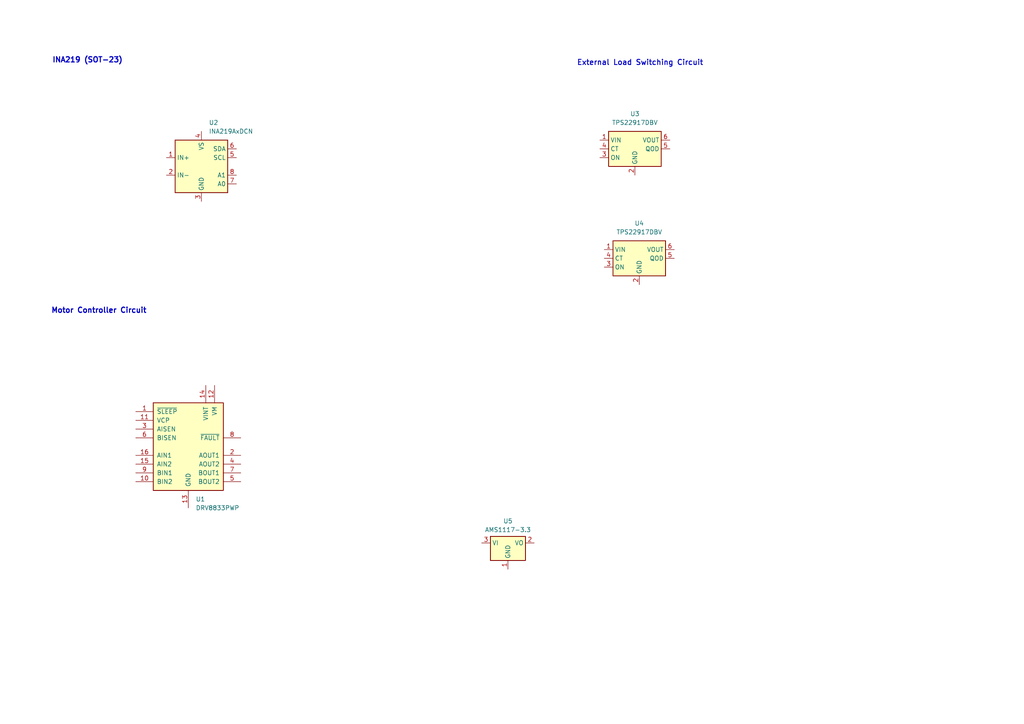
<source format=kicad_sch>
(kicad_sch (version 20250114) (generator "eeschema") (generator_version "9.0")
  (paper "A4")
  (title_block (title "Power Board") (date "2025-03-12") (company "University of Cape Town") (comment 1 "Amos Manganye MNGAMO004") (comment 2 "Nyakallo Peete PTXNYA001"))
  (lib_symbols
    (symbol "Driver_Motor:DRV8833PWP" (pin_names (offset 1.016))
      (property "Reference" "U" (at -3.81 16.51 0))
      (property "Value" "DRV8833PWP" (at -3.81 13.97 0))
      (symbol "DRV8833PWP_0_1"
        (rectangle (start -10.16 12.7) (end 10.16 -12.7) (stroke (width 0.254)) (fill (type background)))
      )
      (symbol "DRV8833PWP_1_1"
        (pin input line (at -15.24 10.16 0) (length 5.08) (name "~{SLEEP}") (number "1"))
        (pin bidirectional line (at -15.24 7.62 0) (length 5.08) (name "VCP") (number "11"))
        (pin bidirectional line (at -15.24 5.08 0) (length 5.08) (name "AISEN") (number "3"))
        (pin bidirectional line (at -15.24 2.54 0) (length 5.08) (name "BISEN") (number "6"))
        (pin input line (at -15.24 -2.54 0) (length 5.08) (name "AIN1") (number "16"))
        (pin input line (at -15.24 -5.08 0) (length 5.08) (name "AIN2") (number "15"))
        (pin input line (at -15.24 -7.62 0) (length 5.08) (name "BIN1") (number "9"))
        (pin input line (at -15.24 -10.16 0) (length 5.08) (name "BIN2") (number "10"))
        (pin power_in line (at 0 -17.78 90) (length 5.08) (name "GND") (number "13"))
        (pin passive line (at 0 -17.78 90) (length 5.08) (hide yes) (name "GND") (number "17"))
        (pin power_in line (at 5.08 17.78 270) (length 5.08) (name "VINT") (number "14"))
        (pin power_in line (at 7.62 17.78 270) (length 5.08) (name "VM") (number "12"))
        (pin open_collector line (at 15.24 2.54 180) (length 5.08) (name "~{FAULT}") (number "8"))
        (pin power_out line (at 15.24 -2.54 180) (length 5.08) (name "AOUT1") (number "2"))
        (pin power_out line (at 15.24 -5.08 180) (length 5.08) (name "AOUT2") (number "4"))
        (pin power_out line (at 15.24 -7.62 180) (length 5.08) (name "BOUT1") (number "7"))
        (pin power_out line (at 15.24 -10.16 180) (length 5.08) (name "BOUT2") (number "5"))
      )
    )
    (symbol "Power_Management:TPS22917DBV"
      (property "Reference" "U" (at -6.35 6.35 0))
      (property "Value" "TPS22917DBV" (at 2.54 6.35 0))
      (symbol "TPS22917DBV_0_1"
        (rectangle (start -7.62 5.08) (end 7.62 -5.08) (stroke (width 0.254)) (fill (type background)))
      )
      (symbol "TPS22917DBV_1_1"
        (pin power_in line (at -10.16 2.54 0) (length 2.54) (name "VIN") (number "1"))
        (pin output line (at -10.16 0 0) (length 2.54) (name "CT") (number "4"))
        (pin input line (at -10.16 -2.54 0) (length 2.54) (name "ON") (number "3"))
        (pin power_in line (at 0 -7.62 90) (length 2.54) (name "GND") (number "2"))
        (pin power_out line (at 10.16 2.54 180) (length 2.54) (name "VOUT") (number "6"))
        (pin open_collector line (at 10.16 0 180) (length 2.54) (name "QOD") (number "5"))
      )
    )
    (symbol "Regulator_Linear:AMS1117-3.3"
      (property "Reference" "U" (at -3.81 3.175 0))
      (property "Value" "AMS1117-3.3" (at 0 3.175 0))
      (symbol "AMS1117-3.3_0_1"
        (rectangle (start -5.08 -5.08) (end 5.08 1.905) (stroke (width 0.254)) (fill (type background)))
      )
      (symbol "AMS1117-3.3_1_1"
        (pin power_in line (at -7.62 0 0) (length 2.54) (name "VI") (number "3"))
        (pin power_in line (at 0 -7.62 90) (length 2.54) (name "GND") (number "1"))
        (pin power_out line (at 7.62 0 180) (length 2.54) (name "VO") (number "2"))
      )
    )
    (symbol "Sensor_Energy:INA219AxDCN"
      (property "Reference" "U" (at -6.35 8.89 0))
      (property "Value" "INA219AxDCN" (at 6.35 8.89 0))
      (symbol "INA219AxDCN_0_1"
        (rectangle (start -7.62 7.62) (end 7.62 -7.62) (stroke (width 0.254)) (fill (type background)))
      )
      (symbol "INA219AxDCN_1_1"
        (pin input line (at -10.16 2.54 0) (length 2.54) (name "IN+") (number "1"))
        (pin input line (at -10.16 -2.54 0) (length 2.54) (name "IN-") (number "2"))
        (pin power_in line (at 0 10.16 270) (length 2.54) (name "VS") (number "4"))
        (pin power_in line (at 0 -10.16 90) (length 2.54) (name "GND") (number "3"))
        (pin bidirectional line (at 10.16 5.08 180) (length 2.54) (name "SDA") (number "6"))
        (pin input line (at 10.16 2.54 180) (length 2.54) (name "SCL") (number "5"))
        (pin input line (at 10.16 -2.54 180) (length 2.54) (name "A1") (number "8"))
        (pin input line (at 10.16 -5.08 180) (length 2.54) (name "A0") (number "7"))
      )
    )
  )
  (text "INA219 (SOT-23)" (at 25.4 17.526 0) (effects (font (size 1.524 1.524) (thickness 0.3048) (bold yes))))
  (text "External Load Switching Circuit" (at 185.674 18.288 0) (effects (font (size 1.524 1.524) (thickness 0.254) (bold yes))))
  (text "Motor Controller Circuit" (at 28.702 90.17 0) (effects (font (size 1.524 1.524) (thickness 0.3048) (bold yes))))
  (symbol (lib_id "Driver_Motor:DRV8833PWP") (at 54.61 129.54 0) (unit 1)
    (property "Reference" "U1" (at 56.7533 144.78 0) (effects (justify left)))
    (property "Value" "DRV8833PWP" (at 56.7533 147.32 0) (effects (justify left)))
    (property "Footprint" "Package_SO:HTSSOP-16-1EP_4.4x5mm_P0.65mm_EP3.4x5mm_Mask2.46x2.31mm_ThermalVias" (effects (hide yes)))
    (property "Datasheet" "http://www.ti.com/lit/ds/symlink/drv8833.pdf" (effects (hide yes)))
    (property "Description" "Dual H-Bridge Motor Driver, HTSSOP-16" (effects (hide yes)))
  )
  (symbol (lib_id "Power_Management:TPS22917DBV") (at 185.42 74.93 0) (unit 1)
    (property "Reference" "U4" (at 185.42 64.77 0))
    (property "Value" "TPS22917DBV" (at 185.42 67.31 0))
    (property "Footprint" "Package_TO_SOT_SMD:SOT-23-6" (effects (hide yes)))
    (property "Datasheet" "http://www.ti.com/lit/ds/symlink/tps22917.pdf" (effects (hide yes)))
    (property "Description" "1V to 5.5V, 2A, 80mΩ Ultra-Low Leakage Load Switch, SOT23-6" (effects (hide yes)))
  )
  (symbol (lib_id "Regulator_Linear:AMS1117-3.3") (at 147.32 157.48 0) (unit 1)
    (property "Reference" "U5" (at 147.32 151.13 0))
    (property "Value" "AMS1117-3.3" (at 147.32 153.67 0))
    (property "Footprint" "Package_TO_SOT_SMD:SOT-223-3_TabPin2" (effects (hide yes)))
    (property "Datasheet" "http://www.advanced-monolithic.com/pdf/ds1117.pdf" (effects (hide yes)))
    (property "Description" "1A Low Dropout regulator, positive, 3.3V fixed output, SOT-223" (effects (hide yes)))
  )
  (symbol (lib_id "Power_Management:TPS22917DBV") (at 184.15 43.18 0) (unit 1)
    (property "Reference" "U3" (at 184.15 33.02 0))
    (property "Value" "TPS22917DBV" (at 184.15 35.56 0))
    (property "Footprint" "Package_TO_SOT_SMD:SOT-23-6" (effects (hide yes)))
    (property "Datasheet" "http://www.ti.com/lit/ds/symlink/tps22917.pdf" (effects (hide yes)))
    (property "Description" "1V to 5.5V, 2A, 80mΩ Ultra-Low Leakage Load Switch, SOT23-6" (effects (hide yes)))
  )
  (symbol (lib_id "Sensor_Energy:INA219AxDCN") (at 58.42 48.26 0) (unit 1)
    (property "Reference" "U2" (at 60.5633 35.56 0) (effects (justify left)))
    (property "Value" "INA219AxDCN" (at 60.5633 38.1 0) (effects (justify left)))
    (property "Footprint" "Package_TO_SOT_SMD:SOT-23-8" (effects (hide yes)))
    (property "Datasheet" "http://www.ti.com/lit/ds/symlink/ina219.pdf" (effects (hide yes)))
    (property "Description" "Zero-Drift, Bidirectional Current/Power Monitor (0-26V) With I2C Interface, SOT-23-8" (effects (hide yes)))
  )
)
</source>
